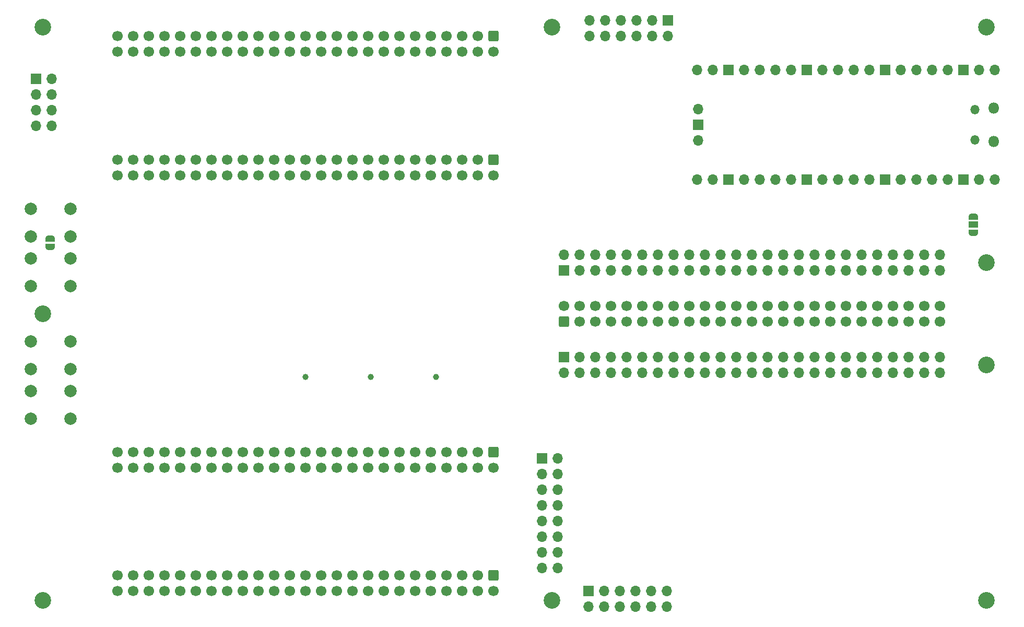
<source format=gbs>
G04 #@! TF.GenerationSoftware,KiCad,Pcbnew,(6.0.5-0)*
G04 #@! TF.CreationDate,2022-12-16T22:27:12-06:00*
G04 #@! TF.ProjectId,scsi_switcher,73637369-5f73-4776-9974-636865722e6b,rev?*
G04 #@! TF.SameCoordinates,Original*
G04 #@! TF.FileFunction,Soldermask,Bot*
G04 #@! TF.FilePolarity,Negative*
%FSLAX46Y46*%
G04 Gerber Fmt 4.6, Leading zero omitted, Abs format (unit mm)*
G04 Created by KiCad (PCBNEW (6.0.5-0)) date 2022-12-16 22:27:12*
%MOMM*%
%LPD*%
G01*
G04 APERTURE LIST*
G04 Aperture macros list*
%AMRoundRect*
0 Rectangle with rounded corners*
0 $1 Rounding radius*
0 $2 $3 $4 $5 $6 $7 $8 $9 X,Y pos of 4 corners*
0 Add a 4 corners polygon primitive as box body*
4,1,4,$2,$3,$4,$5,$6,$7,$8,$9,$2,$3,0*
0 Add four circle primitives for the rounded corners*
1,1,$1+$1,$2,$3*
1,1,$1+$1,$4,$5*
1,1,$1+$1,$6,$7*
1,1,$1+$1,$8,$9*
0 Add four rect primitives between the rounded corners*
20,1,$1+$1,$2,$3,$4,$5,0*
20,1,$1+$1,$4,$5,$6,$7,0*
20,1,$1+$1,$6,$7,$8,$9,0*
20,1,$1+$1,$8,$9,$2,$3,0*%
%AMFreePoly0*
4,1,22,0.500000,-0.750000,0.000000,-0.750000,0.000000,-0.745033,-0.079941,-0.743568,-0.215256,-0.701293,-0.333266,-0.622738,-0.424486,-0.514219,-0.481581,-0.384460,-0.499164,-0.250000,-0.500000,-0.250000,-0.500000,0.250000,-0.499164,0.250000,-0.499963,0.256109,-0.478152,0.396186,-0.417904,0.524511,-0.324060,0.630769,-0.204165,0.706417,-0.067858,0.745374,0.000000,0.744959,0.000000,0.750000,
0.500000,0.750000,0.500000,-0.750000,0.500000,-0.750000,$1*%
%AMFreePoly1*
4,1,20,0.000000,0.744959,0.073905,0.744508,0.209726,0.703889,0.328688,0.626782,0.421226,0.519385,0.479903,0.390333,0.500000,0.250000,0.500000,-0.250000,0.499851,-0.262216,0.476331,-0.402017,0.414519,-0.529596,0.319384,-0.634700,0.198574,-0.708877,0.061801,-0.746166,0.000000,-0.745033,0.000000,-0.750000,-0.500000,-0.750000,-0.500000,0.750000,0.000000,0.750000,0.000000,0.744959,
0.000000,0.744959,$1*%
%AMFreePoly2*
4,1,22,0.550000,-0.750000,0.000000,-0.750000,0.000000,-0.745033,-0.079941,-0.743568,-0.215256,-0.701293,-0.333266,-0.622738,-0.424486,-0.514219,-0.481581,-0.384460,-0.499164,-0.250000,-0.500000,-0.250000,-0.500000,0.250000,-0.499164,0.250000,-0.499963,0.256109,-0.478152,0.396186,-0.417904,0.524511,-0.324060,0.630769,-0.204165,0.706417,-0.067858,0.745374,0.000000,0.744959,0.000000,0.750000,
0.550000,0.750000,0.550000,-0.750000,0.550000,-0.750000,$1*%
%AMFreePoly3*
4,1,20,0.000000,0.744959,0.073905,0.744508,0.209726,0.703889,0.328688,0.626782,0.421226,0.519385,0.479903,0.390333,0.500000,0.250000,0.500000,-0.250000,0.499851,-0.262216,0.476331,-0.402017,0.414519,-0.529596,0.319384,-0.634700,0.198574,-0.708877,0.061801,-0.746166,0.000000,-0.745033,0.000000,-0.750000,-0.550000,-0.750000,-0.550000,0.750000,0.000000,0.750000,0.000000,0.744959,
0.000000,0.744959,$1*%
G04 Aperture macros list end*
%ADD10C,1.000000*%
%ADD11C,2.000000*%
%ADD12R,1.700000X1.700000*%
%ADD13O,1.700000X1.700000*%
%ADD14C,2.700000*%
%ADD15RoundRect,0.250000X-0.600000X0.600000X-0.600000X-0.600000X0.600000X-0.600000X0.600000X0.600000X0*%
%ADD16C,1.700000*%
%ADD17RoundRect,0.250000X0.600000X-0.600000X0.600000X0.600000X-0.600000X0.600000X-0.600000X-0.600000X0*%
%ADD18O,1.800000X1.800000*%
%ADD19O,1.500000X1.500000*%
%ADD20FreePoly0,90.000000*%
%ADD21FreePoly1,90.000000*%
%ADD22FreePoly2,90.000000*%
%ADD23R,1.500000X1.000000*%
%ADD24FreePoly3,90.000000*%
G04 APERTURE END LIST*
D10*
X66039998Y-80264000D03*
X87226665Y-80264000D03*
X76633331Y-80264000D03*
D11*
X28000000Y-82500000D03*
X21500000Y-82500000D03*
X28000000Y-87000000D03*
X21500000Y-87000000D03*
D12*
X104389000Y-93487000D03*
D13*
X106929000Y-93487000D03*
X104389000Y-96027000D03*
X106929000Y-96027000D03*
X104389000Y-98567000D03*
X106929000Y-98567000D03*
X104389000Y-101107000D03*
X106929000Y-101107000D03*
X104389000Y-103647000D03*
X106929000Y-103647000D03*
X104389000Y-106187000D03*
X106929000Y-106187000D03*
X104389000Y-108727000D03*
X106929000Y-108727000D03*
X104389000Y-111267000D03*
X106929000Y-111267000D03*
D14*
X106000000Y-116500000D03*
X176500000Y-116500000D03*
D15*
X96520000Y-45000000D03*
D16*
X96520000Y-47540000D03*
X93980000Y-45000000D03*
X93980000Y-47540000D03*
X91440000Y-45000000D03*
X91440000Y-47540000D03*
X88900000Y-45000000D03*
X88900000Y-47540000D03*
X86360000Y-45000000D03*
X86360000Y-47540000D03*
X83820000Y-45000000D03*
X83820000Y-47540000D03*
X81280000Y-45000000D03*
X81280000Y-47540000D03*
X78740000Y-45000000D03*
X78740000Y-47540000D03*
X76200000Y-45000000D03*
X76200000Y-47540000D03*
X73660000Y-45000000D03*
X73660000Y-47540000D03*
X71120000Y-45000000D03*
X71120000Y-47540000D03*
X68580000Y-45000000D03*
X68580000Y-47540000D03*
X66040000Y-45000000D03*
X66040000Y-47540000D03*
X63500000Y-45000000D03*
X63500000Y-47540000D03*
X60960000Y-45000000D03*
X60960000Y-47540000D03*
X58420000Y-45000000D03*
X58420000Y-47540000D03*
X55880000Y-45000000D03*
X55880000Y-47540000D03*
X53340000Y-45000000D03*
X53340000Y-47540000D03*
X50800000Y-45000000D03*
X50800000Y-47540000D03*
X48260000Y-45000000D03*
X48260000Y-47540000D03*
X45720000Y-45000000D03*
X45720000Y-47540000D03*
X43180000Y-45000000D03*
X43180000Y-47540000D03*
X40640000Y-45000000D03*
X40640000Y-47540000D03*
X38100000Y-45000000D03*
X38100000Y-47540000D03*
X35560000Y-45000000D03*
X35560000Y-47540000D03*
D17*
X108000000Y-71270000D03*
D16*
X108000000Y-68730000D03*
X110540000Y-71270000D03*
X110540000Y-68730000D03*
X113080000Y-71270000D03*
X113080000Y-68730000D03*
X115620000Y-71270000D03*
X115620000Y-68730000D03*
X118160000Y-71270000D03*
X118160000Y-68730000D03*
X120700000Y-71270000D03*
X120700000Y-68730000D03*
X123240000Y-71270000D03*
X123240000Y-68730000D03*
X125780000Y-71270000D03*
X125780000Y-68730000D03*
X128320000Y-71270000D03*
X128320000Y-68730000D03*
X130860000Y-71270000D03*
X130860000Y-68730000D03*
X133400000Y-71270000D03*
X133400000Y-68730000D03*
X135940000Y-71270000D03*
X135940000Y-68730000D03*
X138480000Y-71270000D03*
X138480000Y-68730000D03*
X141020000Y-71270000D03*
X141020000Y-68730000D03*
X143560000Y-71270000D03*
X143560000Y-68730000D03*
X146100000Y-71270000D03*
X146100000Y-68730000D03*
X148640000Y-71270000D03*
X148640000Y-68730000D03*
X151180000Y-71270000D03*
X151180000Y-68730000D03*
X153720000Y-71270000D03*
X153720000Y-68730000D03*
X156260000Y-71270000D03*
X156260000Y-68730000D03*
X158800000Y-71270000D03*
X158800000Y-68730000D03*
X161340000Y-71270000D03*
X161340000Y-68730000D03*
X163880000Y-71270000D03*
X163880000Y-68730000D03*
X166420000Y-71270000D03*
X166420000Y-68730000D03*
X168960000Y-71270000D03*
X168960000Y-68730000D03*
D15*
X96520000Y-25000000D03*
D16*
X96520000Y-27540000D03*
X93980000Y-25000000D03*
X93980000Y-27540000D03*
X91440000Y-25000000D03*
X91440000Y-27540000D03*
X88900000Y-25000000D03*
X88900000Y-27540000D03*
X86360000Y-25000000D03*
X86360000Y-27540000D03*
X83820000Y-25000000D03*
X83820000Y-27540000D03*
X81280000Y-25000000D03*
X81280000Y-27540000D03*
X78740000Y-25000000D03*
X78740000Y-27540000D03*
X76200000Y-25000000D03*
X76200000Y-27540000D03*
X73660000Y-25000000D03*
X73660000Y-27540000D03*
X71120000Y-25000000D03*
X71120000Y-27540000D03*
X68580000Y-25000000D03*
X68580000Y-27540000D03*
X66040000Y-25000000D03*
X66040000Y-27540000D03*
X63500000Y-25000000D03*
X63500000Y-27540000D03*
X60960000Y-25000000D03*
X60960000Y-27540000D03*
X58420000Y-25000000D03*
X58420000Y-27540000D03*
X55880000Y-25000000D03*
X55880000Y-27540000D03*
X53340000Y-25000000D03*
X53340000Y-27540000D03*
X50800000Y-25000000D03*
X50800000Y-27540000D03*
X48260000Y-25000000D03*
X48260000Y-27540000D03*
X45720000Y-25000000D03*
X45720000Y-27540000D03*
X43180000Y-25000000D03*
X43180000Y-27540000D03*
X40640000Y-25000000D03*
X40640000Y-27540000D03*
X38100000Y-25000000D03*
X38100000Y-27540000D03*
X35560000Y-25000000D03*
X35560000Y-27540000D03*
D14*
X23500000Y-23500000D03*
D13*
X177800000Y-30480000D03*
X175260000Y-30480000D03*
D12*
X172720000Y-30480000D03*
D13*
X170180000Y-30480000D03*
X167640000Y-30480000D03*
X165100000Y-30480000D03*
X162560000Y-30480000D03*
D12*
X160020000Y-30480000D03*
D13*
X157480000Y-30480000D03*
X154940000Y-30480000D03*
X152400000Y-30480000D03*
X149860000Y-30480000D03*
D12*
X147320000Y-30480000D03*
D13*
X144780000Y-30480000D03*
X142240000Y-30480000D03*
X139700000Y-30480000D03*
X137160000Y-30480000D03*
D12*
X134620000Y-30480000D03*
D13*
X132080000Y-30480000D03*
X129540000Y-30480000D03*
X129540000Y-48260000D03*
X132080000Y-48260000D03*
D12*
X134620000Y-48260000D03*
D13*
X137160000Y-48260000D03*
X139700000Y-48260000D03*
X142240000Y-48260000D03*
X144780000Y-48260000D03*
D12*
X147320000Y-48260000D03*
D13*
X149860000Y-48260000D03*
X152400000Y-48260000D03*
X154940000Y-48260000D03*
X157480000Y-48260000D03*
D12*
X160020000Y-48260000D03*
D13*
X162560000Y-48260000D03*
X165100000Y-48260000D03*
X167640000Y-48260000D03*
X170180000Y-48260000D03*
D12*
X172720000Y-48260000D03*
D13*
X175260000Y-48260000D03*
X177800000Y-48260000D03*
D18*
X177670000Y-36645000D03*
X177670000Y-42095000D03*
D19*
X174640000Y-36945000D03*
X174640000Y-41795000D03*
D13*
X129770000Y-36830000D03*
D12*
X129770000Y-39370000D03*
D13*
X129770000Y-41910000D03*
D14*
X106000000Y-23500000D03*
X23500000Y-116500000D03*
D11*
X28000000Y-53000000D03*
X21500000Y-53000000D03*
X28000000Y-57500000D03*
X21500000Y-57500000D03*
X28000000Y-61000000D03*
X21500000Y-61000000D03*
X28000000Y-65500000D03*
X21500000Y-65500000D03*
D14*
X176500000Y-78275000D03*
D15*
X96520000Y-112460000D03*
D16*
X96520000Y-115000000D03*
X93980000Y-112460000D03*
X93980000Y-115000000D03*
X91440000Y-112460000D03*
X91440000Y-115000000D03*
X88900000Y-112460000D03*
X88900000Y-115000000D03*
X86360000Y-112460000D03*
X86360000Y-115000000D03*
X83820000Y-112460000D03*
X83820000Y-115000000D03*
X81280000Y-112460000D03*
X81280000Y-115000000D03*
X78740000Y-112460000D03*
X78740000Y-115000000D03*
X76200000Y-112460000D03*
X76200000Y-115000000D03*
X73660000Y-112460000D03*
X73660000Y-115000000D03*
X71120000Y-112460000D03*
X71120000Y-115000000D03*
X68580000Y-112460000D03*
X68580000Y-115000000D03*
X66040000Y-112460000D03*
X66040000Y-115000000D03*
X63500000Y-112460000D03*
X63500000Y-115000000D03*
X60960000Y-112460000D03*
X60960000Y-115000000D03*
X58420000Y-112460000D03*
X58420000Y-115000000D03*
X55880000Y-112460000D03*
X55880000Y-115000000D03*
X53340000Y-112460000D03*
X53340000Y-115000000D03*
X50800000Y-112460000D03*
X50800000Y-115000000D03*
X48260000Y-112460000D03*
X48260000Y-115000000D03*
X45720000Y-112460000D03*
X45720000Y-115000000D03*
X43180000Y-112460000D03*
X43180000Y-115000000D03*
X40640000Y-112460000D03*
X40640000Y-115000000D03*
X38100000Y-112460000D03*
X38100000Y-115000000D03*
X35560000Y-112460000D03*
X35560000Y-115000000D03*
D11*
X28000000Y-74500000D03*
X21500000Y-74500000D03*
X28000000Y-79000000D03*
X21500000Y-79000000D03*
D12*
X22425000Y-31952500D03*
D13*
X24965000Y-31952500D03*
X22425000Y-34492500D03*
X24965000Y-34492500D03*
X22425000Y-37032500D03*
X24965000Y-37032500D03*
X22425000Y-39572500D03*
X24965000Y-39572500D03*
D14*
X176500000Y-23500000D03*
D15*
X96520000Y-92460000D03*
D16*
X96520000Y-95000000D03*
X93980000Y-92460000D03*
X93980000Y-95000000D03*
X91440000Y-92460000D03*
X91440000Y-95000000D03*
X88900000Y-92460000D03*
X88900000Y-95000000D03*
X86360000Y-92460000D03*
X86360000Y-95000000D03*
X83820000Y-92460000D03*
X83820000Y-95000000D03*
X81280000Y-92460000D03*
X81280000Y-95000000D03*
X78740000Y-92460000D03*
X78740000Y-95000000D03*
X76200000Y-92460000D03*
X76200000Y-95000000D03*
X73660000Y-92460000D03*
X73660000Y-95000000D03*
X71120000Y-92460000D03*
X71120000Y-95000000D03*
X68580000Y-92460000D03*
X68580000Y-95000000D03*
X66040000Y-92460000D03*
X66040000Y-95000000D03*
X63500000Y-92460000D03*
X63500000Y-95000000D03*
X60960000Y-92460000D03*
X60960000Y-95000000D03*
X58420000Y-92460000D03*
X58420000Y-95000000D03*
X55880000Y-92460000D03*
X55880000Y-95000000D03*
X53340000Y-92460000D03*
X53340000Y-95000000D03*
X50800000Y-92460000D03*
X50800000Y-95000000D03*
X48260000Y-92460000D03*
X48260000Y-95000000D03*
X45720000Y-92460000D03*
X45720000Y-95000000D03*
X43180000Y-92460000D03*
X43180000Y-95000000D03*
X40640000Y-92460000D03*
X40640000Y-95000000D03*
X38100000Y-92460000D03*
X38100000Y-95000000D03*
X35560000Y-92460000D03*
X35560000Y-95000000D03*
D14*
X23500000Y-70000000D03*
X176500000Y-61725000D03*
D12*
X108000000Y-77000000D03*
D13*
X108000000Y-79540000D03*
X110540000Y-77000000D03*
X110540000Y-79540000D03*
X113080000Y-77000000D03*
X113080000Y-79540000D03*
X115620000Y-77000000D03*
X115620000Y-79540000D03*
X118160000Y-77000000D03*
X118160000Y-79540000D03*
X120700000Y-77000000D03*
X120700000Y-79540000D03*
X123240000Y-77000000D03*
X123240000Y-79540000D03*
X125780000Y-77000000D03*
X125780000Y-79540000D03*
X128320000Y-77000000D03*
X128320000Y-79540000D03*
X130860000Y-77000000D03*
X130860000Y-79540000D03*
X133400000Y-77000000D03*
X133400000Y-79540000D03*
X135940000Y-77000000D03*
X135940000Y-79540000D03*
X138480000Y-77000000D03*
X138480000Y-79540000D03*
X141020000Y-77000000D03*
X141020000Y-79540000D03*
X143560000Y-77000000D03*
X143560000Y-79540000D03*
X146100000Y-77000000D03*
X146100000Y-79540000D03*
X148640000Y-77000000D03*
X148640000Y-79540000D03*
X151180000Y-77000000D03*
X151180000Y-79540000D03*
X153720000Y-77000000D03*
X153720000Y-79540000D03*
X156260000Y-77000000D03*
X156260000Y-79540000D03*
X158800000Y-77000000D03*
X158800000Y-79540000D03*
X161340000Y-77000000D03*
X161340000Y-79540000D03*
X163880000Y-77000000D03*
X163880000Y-79540000D03*
X166420000Y-77000000D03*
X166420000Y-79540000D03*
X168960000Y-77000000D03*
X168960000Y-79540000D03*
D20*
X24660000Y-59160000D03*
D21*
X24660000Y-57860000D03*
D12*
X108000000Y-63000000D03*
D13*
X108000000Y-60460000D03*
X110540000Y-63000000D03*
X110540000Y-60460000D03*
X113080000Y-63000000D03*
X113080000Y-60460000D03*
X115620000Y-63000000D03*
X115620000Y-60460000D03*
X118160000Y-63000000D03*
X118160000Y-60460000D03*
X120700000Y-63000000D03*
X120700000Y-60460000D03*
X123240000Y-63000000D03*
X123240000Y-60460000D03*
X125780000Y-63000000D03*
X125780000Y-60460000D03*
X128320000Y-63000000D03*
X128320000Y-60460000D03*
X130860000Y-63000000D03*
X130860000Y-60460000D03*
X133400000Y-63000000D03*
X133400000Y-60460000D03*
X135940000Y-63000000D03*
X135940000Y-60460000D03*
X138480000Y-63000000D03*
X138480000Y-60460000D03*
X141020000Y-63000000D03*
X141020000Y-60460000D03*
X143560000Y-63000000D03*
X143560000Y-60460000D03*
X146100000Y-63000000D03*
X146100000Y-60460000D03*
X148640000Y-63000000D03*
X148640000Y-60460000D03*
X151180000Y-63000000D03*
X151180000Y-60460000D03*
X153720000Y-63000000D03*
X153720000Y-60460000D03*
X156260000Y-63000000D03*
X156260000Y-60460000D03*
X158800000Y-63000000D03*
X158800000Y-60460000D03*
X161340000Y-63000000D03*
X161340000Y-60460000D03*
X163880000Y-63000000D03*
X163880000Y-60460000D03*
X166420000Y-63000000D03*
X166420000Y-60460000D03*
X168960000Y-63000000D03*
X168960000Y-60460000D03*
D12*
X112000000Y-115000000D03*
D13*
X112000000Y-117540000D03*
X114540000Y-115000000D03*
X114540000Y-117540000D03*
X117080000Y-115000000D03*
X117080000Y-117540000D03*
X119620000Y-115000000D03*
X119620000Y-117540000D03*
X122160000Y-115000000D03*
X122160000Y-117540000D03*
X124700000Y-115000000D03*
X124700000Y-117540000D03*
D22*
X174360000Y-56860000D03*
D23*
X174360000Y-55560000D03*
D24*
X174360000Y-54260000D03*
D12*
X124830000Y-22420000D03*
D13*
X124830000Y-24960000D03*
X122290000Y-22420000D03*
X122290000Y-24960000D03*
X119750000Y-22420000D03*
X119750000Y-24960000D03*
X117210000Y-22420000D03*
X117210000Y-24960000D03*
X114670000Y-22420000D03*
X114670000Y-24960000D03*
X112130000Y-22420000D03*
X112130000Y-24960000D03*
M02*

</source>
